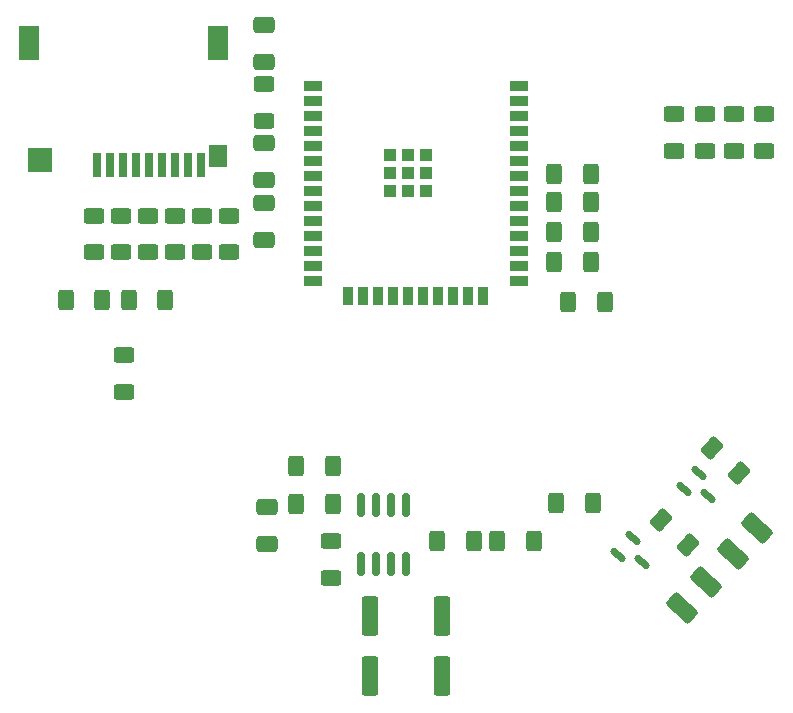
<source format=gtp>
G04 #@! TF.GenerationSoftware,KiCad,Pcbnew,7.0.1*
G04 #@! TF.CreationDate,2023-03-23T23:12:12+01:00*
G04 #@! TF.ProjectId,solarScavenger,736f6c61-7253-4636-9176-656e6765722e,rev?*
G04 #@! TF.SameCoordinates,Original*
G04 #@! TF.FileFunction,Paste,Top*
G04 #@! TF.FilePolarity,Positive*
%FSLAX46Y46*%
G04 Gerber Fmt 4.6, Leading zero omitted, Abs format (unit mm)*
G04 Created by KiCad (PCBNEW 7.0.1) date 2023-03-23 23:12:12*
%MOMM*%
%LPD*%
G01*
G04 APERTURE LIST*
G04 Aperture macros list*
%AMRoundRect*
0 Rectangle with rounded corners*
0 $1 Rounding radius*
0 $2 $3 $4 $5 $6 $7 $8 $9 X,Y pos of 4 corners*
0 Add a 4 corners polygon primitive as box body*
4,1,4,$2,$3,$4,$5,$6,$7,$8,$9,$2,$3,0*
0 Add four circle primitives for the rounded corners*
1,1,$1+$1,$2,$3*
1,1,$1+$1,$4,$5*
1,1,$1+$1,$6,$7*
1,1,$1+$1,$8,$9*
0 Add four rect primitives between the rounded corners*
20,1,$1+$1,$2,$3,$4,$5,0*
20,1,$1+$1,$4,$5,$6,$7,0*
20,1,$1+$1,$6,$7,$8,$9,0*
20,1,$1+$1,$8,$9,$2,$3,0*%
G04 Aperture macros list end*
%ADD10RoundRect,0.250000X-0.625000X0.400000X-0.625000X-0.400000X0.625000X-0.400000X0.625000X0.400000X0*%
%ADD11RoundRect,0.250000X0.625000X-0.400000X0.625000X0.400000X-0.625000X0.400000X-0.625000X-0.400000X0*%
%ADD12RoundRect,0.150000X-0.150000X0.825000X-0.150000X-0.825000X0.150000X-0.825000X0.150000X0.825000X0*%
%ADD13RoundRect,0.250000X0.650000X-0.412500X0.650000X0.412500X-0.650000X0.412500X-0.650000X-0.412500X0*%
%ADD14RoundRect,0.250001X0.465165X-1.073848X1.099545X-0.400660X-0.465165X1.073848X-1.099545X0.400660X0*%
%ADD15RoundRect,0.250000X-0.400000X-0.625000X0.400000X-0.625000X0.400000X0.625000X-0.400000X0.625000X0*%
%ADD16R,0.700000X2.000000*%
%ADD17R,1.600000X1.900000*%
%ADD18R,1.700000X3.000000*%
%ADD19R,2.100000X2.000000*%
%ADD20RoundRect,0.250000X0.400000X0.625000X-0.400000X0.625000X-0.400000X-0.625000X0.400000X-0.625000X0*%
%ADD21RoundRect,0.249999X0.450001X1.425001X-0.450001X1.425001X-0.450001X-1.425001X0.450001X-1.425001X0*%
%ADD22RoundRect,0.250000X-0.650000X0.412500X-0.650000X-0.412500X0.650000X-0.412500X0.650000X0.412500X0*%
%ADD23RoundRect,0.250000X-0.719746X-0.180531X-0.137527X-0.729185X0.719746X0.180531X0.137527X0.729185X0*%
%ADD24RoundRect,0.150000X-0.530439X0.293752X0.324694X-0.512084X0.530439X-0.293752X-0.324694X0.512084X0*%
%ADD25R,1.500000X0.900000*%
%ADD26R,0.900000X1.500000*%
%ADD27R,1.050000X1.050000*%
G04 APERTURE END LIST*
D10*
G04 #@! TO.C,R11*
X-52879000Y14390000D03*
X-52879000Y11290000D03*
G04 #@! TD*
D11*
G04 #@! TO.C,R7*
X-45313600Y22452400D03*
X-45313600Y25552400D03*
G04 #@! TD*
D12*
G04 #@! TO.C,U5*
X-33274000Y-10123000D03*
X-34544000Y-10123000D03*
X-35814000Y-10123000D03*
X-37084000Y-10123000D03*
X-37084000Y-15073000D03*
X-35814000Y-15073000D03*
X-34544000Y-15073000D03*
X-33274000Y-15073000D03*
G04 #@! TD*
D13*
G04 #@! TO.C,C4*
X-45313600Y12356700D03*
X-45313600Y15481700D03*
G04 #@! TD*
D14*
G04 #@! TO.C,D2*
X-5588000Y-14224000D03*
X-3547690Y-12058876D03*
G04 #@! TD*
D10*
G04 #@! TO.C,R10*
X-55165000Y14390000D03*
X-55165000Y11290000D03*
G04 #@! TD*
D15*
G04 #@! TO.C,R6*
X-20600000Y-9906000D03*
X-17500000Y-9906000D03*
G04 #@! TD*
D13*
G04 #@! TO.C,C1*
X-45313600Y27432000D03*
X-45313600Y30557000D03*
G04 #@! TD*
D15*
G04 #@! TO.C,R29*
X-20777200Y17957800D03*
X-17677200Y17957800D03*
G04 #@! TD*
D10*
G04 #@! TO.C,R8*
X-59737000Y14390000D03*
X-59737000Y11290000D03*
G04 #@! TD*
D16*
G04 #@! TO.C,J6*
X-59479000Y18708000D03*
X-58379000Y18708000D03*
X-57279000Y18708000D03*
X-56179000Y18708000D03*
X-55079000Y18708000D03*
X-53979000Y18708000D03*
X-52879000Y18708000D03*
X-51779000Y18708000D03*
X-50679000Y18708000D03*
D17*
X-49179000Y19408000D03*
D18*
X-49229000Y29008000D03*
D19*
X-64329000Y19108000D03*
D18*
X-65229000Y29008000D03*
G04 #@! TD*
D20*
G04 #@! TO.C,R17*
X-39497000Y-9993000D03*
X-42597000Y-9993000D03*
G04 #@! TD*
D21*
G04 #@! TO.C,R18*
X-30224000Y-24598000D03*
X-36324000Y-24598000D03*
G04 #@! TD*
D15*
G04 #@! TO.C,R3*
X-19584000Y7112000D03*
X-16484000Y7112000D03*
G04 #@! TD*
D20*
G04 #@! TO.C,R15*
X-22479000Y-13168000D03*
X-25579000Y-13168000D03*
G04 #@! TD*
D21*
G04 #@! TO.C,R19*
X-30224000Y-19518000D03*
X-36324000Y-19518000D03*
G04 #@! TD*
D20*
G04 #@! TO.C,R14*
X-27559000Y-13168000D03*
X-30659000Y-13168000D03*
G04 #@! TD*
D15*
G04 #@! TO.C,R22*
X-56769600Y7289800D03*
X-53669600Y7289800D03*
G04 #@! TD*
G04 #@! TO.C,R21*
X-62103600Y7289800D03*
X-59003600Y7289800D03*
G04 #@! TD*
D10*
G04 #@! TO.C,R9*
X-57451000Y14390000D03*
X-57451000Y11290000D03*
G04 #@! TD*
D22*
G04 #@! TO.C,C2*
X-45313600Y20574000D03*
X-45313600Y17449000D03*
G04 #@! TD*
D11*
G04 #@! TO.C,R30*
X-3014134Y19862200D03*
X-3014134Y22962200D03*
G04 #@! TD*
D15*
G04 #@! TO.C,R25*
X-20777200Y15527867D03*
X-17677200Y15527867D03*
G04 #@! TD*
G04 #@! TO.C,R23*
X-20777200Y10515600D03*
X-17677200Y10515600D03*
G04 #@! TD*
D14*
G04 #@! TO.C,D1*
X-9906000Y-18796000D03*
X-7865690Y-16630876D03*
G04 #@! TD*
D23*
G04 #@! TO.C,R2*
X-7361845Y-5267438D03*
X-5105749Y-7393474D03*
G04 #@! TD*
D15*
G04 #@! TO.C,R27*
X-20777200Y13021734D03*
X-17677200Y13021734D03*
G04 #@! TD*
D11*
G04 #@! TO.C,R24*
X-10617200Y19862200D03*
X-10617200Y22962200D03*
G04 #@! TD*
D10*
G04 #@! TO.C,R20*
X-48307000Y14390000D03*
X-48307000Y11290000D03*
G04 #@! TD*
D20*
G04 #@! TO.C,R16*
X-39497000Y-6818000D03*
X-42597000Y-6818000D03*
G04 #@! TD*
D11*
G04 #@! TO.C,R26*
X-5494867Y19862200D03*
X-5494867Y22962200D03*
G04 #@! TD*
D10*
G04 #@! TO.C,R12*
X-50593000Y14390000D03*
X-50593000Y11290000D03*
G04 #@! TD*
D24*
G04 #@! TO.C,Q1*
X-8463560Y-7403261D03*
X-9766614Y-8786029D03*
X-7750513Y-9380555D03*
G04 #@! TD*
D25*
G04 #@! TO.C,U4*
X-41216000Y25386000D03*
X-41216000Y24116000D03*
X-41216000Y22846000D03*
X-41216000Y21576000D03*
X-41216000Y20306000D03*
X-41216000Y19036000D03*
X-41216000Y17766000D03*
X-41216000Y16496000D03*
X-41216000Y15226000D03*
X-41216000Y13956000D03*
X-41216000Y12686000D03*
X-41216000Y11416000D03*
X-41216000Y10146000D03*
X-41216000Y8876000D03*
D26*
X-38186000Y7626000D03*
X-36916000Y7626000D03*
X-35646000Y7626000D03*
X-34376000Y7626000D03*
X-33106000Y7626000D03*
X-31836000Y7626000D03*
X-30566000Y7626000D03*
X-29296000Y7626000D03*
X-28026000Y7626000D03*
X-26756000Y7626000D03*
D25*
X-23716000Y8876000D03*
X-23716000Y10146000D03*
X-23716000Y11416000D03*
X-23716000Y12686000D03*
X-23716000Y13956000D03*
X-23716000Y15226000D03*
X-23716000Y16496000D03*
X-23716000Y17766000D03*
X-23716000Y19036000D03*
X-23716000Y20306000D03*
X-23716000Y21576000D03*
X-23716000Y22846000D03*
X-23716000Y24116000D03*
X-23716000Y25386000D03*
D27*
X-34671000Y19571000D03*
X-34671000Y18046000D03*
X-34671000Y16521000D03*
X-33146000Y19571000D03*
X-33146000Y18046000D03*
X-33146000Y16521000D03*
X-31621000Y19571000D03*
X-31621000Y18046000D03*
X-31621000Y16521000D03*
G04 #@! TD*
D22*
G04 #@! TO.C,C3*
X-45059600Y-10273900D03*
X-45059600Y-13398900D03*
G04 #@! TD*
D10*
G04 #@! TO.C,R13*
X-39624000Y-13168000D03*
X-39624000Y-16268000D03*
G04 #@! TD*
D11*
G04 #@! TO.C,R28*
X-7975600Y19862200D03*
X-7975600Y22962200D03*
G04 #@! TD*
D23*
G04 #@! TO.C,R1*
X-11679845Y-11363438D03*
X-9423749Y-13489474D03*
G04 #@! TD*
D11*
G04 #@! TO.C,R4*
X-57200800Y-508000D03*
X-57200800Y2592000D03*
G04 #@! TD*
D24*
G04 #@! TO.C,Q3*
X-14076960Y-12915061D03*
X-15380014Y-14297829D03*
X-13363913Y-14892355D03*
G04 #@! TD*
M02*

</source>
